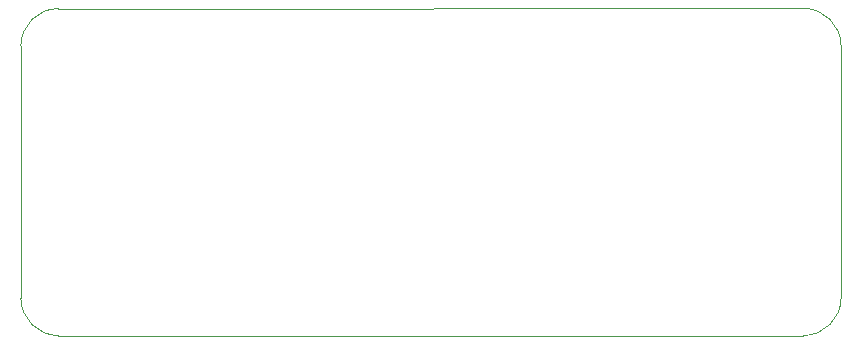
<source format=gbr>
%TF.GenerationSoftware,KiCad,Pcbnew,9.0.4*%
%TF.CreationDate,2026-01-25T14:52:31+00:00*%
%TF.ProjectId,can-repeater,63616e2d-7265-4706-9561-7465722e6b69,rev?*%
%TF.SameCoordinates,Original*%
%TF.FileFunction,Profile,NP*%
%FSLAX46Y46*%
G04 Gerber Fmt 4.6, Leading zero omitted, Abs format (unit mm)*
G04 Created by KiCad (PCBNEW 9.0.4) date 2026-01-25 14:52:31*
%MOMM*%
%LPD*%
G01*
G04 APERTURE LIST*
%TA.AperFunction,Profile*%
%ADD10C,0.050000*%
%TD*%
G04 APERTURE END LIST*
D10*
X200150000Y-88114100D02*
X200150001Y-82474999D01*
X130700000Y-66800000D02*
G75*
G02*
X133885293Y-63614000I3186000J0D01*
G01*
X196963293Y-63600000D02*
G75*
G02*
X200150000Y-66786000I707J-3186000D01*
G01*
X130700000Y-88114000D02*
X130700000Y-66800000D01*
X133885293Y-63614000D02*
X196963293Y-63600000D01*
X133885996Y-91300000D02*
G75*
G02*
X130700000Y-88114000I4J3186000D01*
G01*
X196951125Y-91300073D02*
X133885996Y-91300000D01*
X200150001Y-82474999D02*
X200150000Y-66786000D01*
X200150000Y-88114100D02*
G75*
G02*
X196951125Y-91300074I-3186000J0D01*
G01*
M02*

</source>
